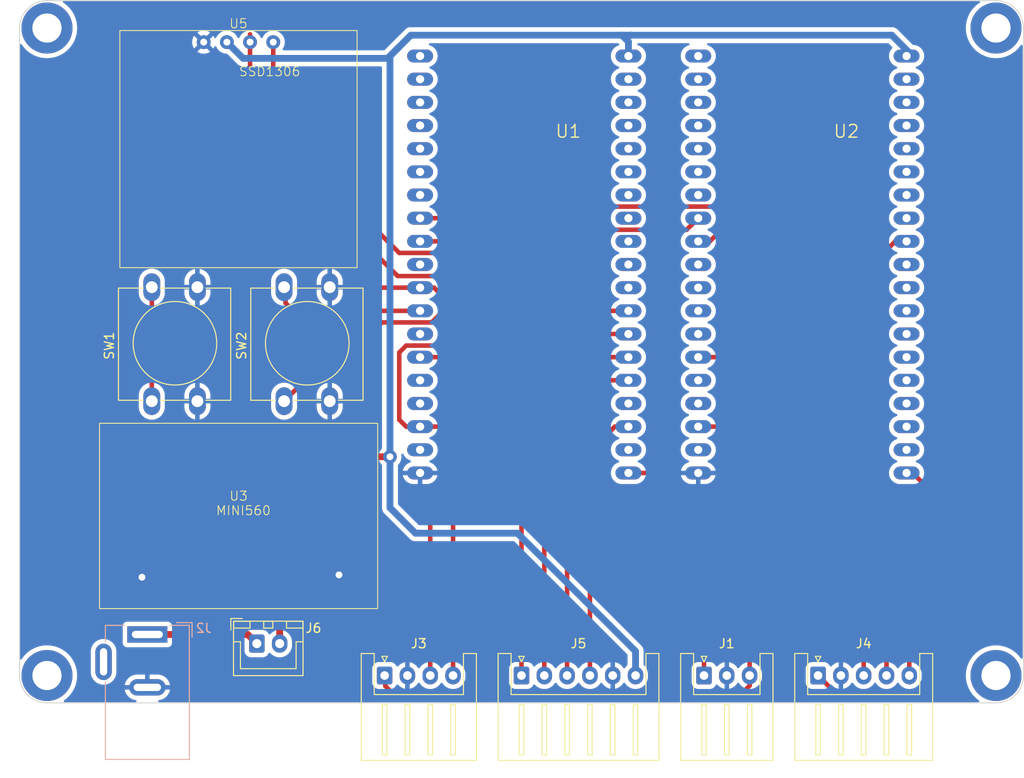
<source format=kicad_pcb>
(kicad_pcb (version 20221018) (generator pcbnew)
  (layers (0 "F.Cu" signal) (31 "B.Cu" signal) (34 "B.Paste" user) (35 "F.Paste" user) (36 "B.SilkS" user "B.Silkscreen") (37 "F.SilkS" user "F.Silkscreen") (38 "B.Mask" user) (39 "F.Mask" user) (44 "Edge.Cuts" user))
  (net 0 "")
  (net 1 "Net-(J1-Pin_3)")
  (net 4 "GND")
  (net 19 "RX")
  (net 20 "Net-(SW1-Pad1)")
  (net 21 "Net-(J3-Pin_4)")
  (net 26 "Net-(J5-Pin_2)")
  (net 27 "Net-(J5-Pin_1)")
  (net 28 "Net-(J5-Pin_4)")
  (net 29 "Net-(J5-Pin_3)")
  (net 30 "Net-(J1-Pin_1)")
  (net 34 "VIN")
  (net 35 "Net-(J4-Pin_1)")
  (net 55 "Net-(J4-Pin_4)")
  (net 56 "Net-(J4-Pin_3)")
  (net 60 "Net-(J4-Pin_5)")
  (net 69 "Net-(J6-Pin_1)")
  (net 70 "Net-(J6-Pin_2)")
  (net 72 "Net-(J3-Pin_3)")
  (net 73 "Net-(SW2-Pad1)")
  (net 75 "TX")
  (footprint "NODEMCU32S:NODEMCU32S" (layer "F.Cu") (at 177.8 76.2 180)
    (fp_text reference "U2" (at -4.809 15.875) (layer "F.SilkS") (effects (font (size 1.4 1.4))))
    (fp_text value "NODEMCU32S")
    (pad "3V3" thru_hole oval (at -11.4 -21.59 180) (size 2.8448 1.4224) (drill 0.9) (layers "*.Cu" "*.Mask") (net 35 "Net-(J4-Pin_1)"))
    (pad "EN" thru_hole oval (at -11.4 -19.05 180) (size 2.8448 1.4224) (drill 0.9) (layers "*.Cu" "*.Mask"))
    (pad "GND@1" thru_hole oval (at -11.4 11.43 180) (size 2.8448 1.4224) (drill 0.9) (layers "*.Cu" "*.Mask"))
    (pad "GND@2" thru_hole oval (at 11.43 -21.59 180) (size 2.8448 1.4224) (drill 0.9) (layers "*.Cu" "*.Mask") (net 4 "GND"))
    (pad "GND@3" thru_hole oval (at 11.43 -6.35 180) (size 2.8448 1.4224) (drill 0.9) (layers "*.Cu" "*.Mask"))
    (pad "GPIO0" thru_hole oval (at 11.43 11.43 180) (size 2.8448 1.4224) (drill 0.9) (layers "*.Cu" "*.Mask"))
    (pad "GPIO2" thru_hole oval (at 11.43 13.97 180) (size 2.8448 1.4224) (drill 0.9) (layers "*.Cu" "*.Mask"))
    (pad "GPIO4" thru_hole oval (at 11.43 8.89 180) (size 2.8448 1.4224) (drill 0.9) (layers "*.Cu" "*.Mask"))
    (pad "GPIO5" thru_hole oval (at 11.43 1.27 180) (size 2.8448 1.4224) (drill 0.9) (layers "*.Cu" "*.Mask"))
    (pad "GPIO6" thru_hole oval (at 11.43 24.13 180) (size 2.8448 1.4224) (drill 0.9) (layers "*.Cu" "*.Mask"))
    (pad "GPIO7" thru_hole oval (at 11.43 21.59 180) (size 2.8448 1.4224) (drill 0.9) (layers "*.Cu" "*.Mask"))
    (pad "GPIO8" thru_hole oval (at 11.43 19.05 180) (size 2.8448 1.4224) (drill 0.9) (layers "*.Cu" "*.Mask"))
    (pad "GPIO9" thru_hole oval (at -11.4 16.51 180) (size 2.8448 1.4224) (drill 0.9) (layers "*.Cu" "*.Mask"))
    (pad "GPIO10" thru_hole oval (at -11.4 19.05 180) (size 2.8448 1.4224) (drill 0.9) (layers "*.Cu" "*.Mask"))
    (pad "GPIO11" thru_hole oval (at -11.4 21.59 180) (size 2.8448 1.4224) (drill 0.9) (layers "*.Cu" "*.Mask"))
    (pad "GPIO12" thru_hole oval (at -11.4 8.89 180) (size 2.8448 1.4224) (drill 0.9) (layers "*.Cu" "*.Mask"))
    (pad "GPIO13" thru_hole oval (at -11.4 13.97 180) (size 2.8448 1.4224) (drill 0.9) (layers "*.Cu" "*.Mask"))
    (pad "GPIO14" thru_hole oval (at -11.4 6.35 180) (size 2.8448 1.4224) (drill 0.9) (layers "*.Cu" "*.Mask"))
    (pad "GPIO15" thru_hole oval (at 11.43 16.51 180) (size 2.8448 1.4224) (drill 0.9) (layers "*.Cu" "*.Mask"))
    (pad "GPIO16" thru_hole oval (at 11.43 6.35 180) (size 2.8448 1.4224) (drill 0.9) (layers "*.Cu" "*.Mask") (net 75 "TX"))
    (pad "GPIO17" thru_hole oval (at 11.43 3.81 180) (size 2.8448 1.4224) (drill 0.9) (layers "*.Cu" "*.Mask") (net 19 "RX"))
    (pad "GPIO18" thru_hole oval (at 11.43 -1.27 180) (size 2.8448 1.4224) (drill 0.9) (layers "*.Cu" "*.Mask"))
    (pad "GPIO19" thru_hole oval (at 11.43 -3.81 180) (size 2.8448 1.4224) (drill 0.9) (layers "*.Cu" "*.Mask"))
    (pad "GPIO21" thru_hole oval (at 11.43 -8.89 180) (size 2.8448 1.4224) (drill 0.9) (layers "*.Cu" "*.Mask") (net 55 "Net-(J4-Pin_4)"))
    (pad "GPIO22" thru_hole oval (at 11.43 -16.51 180) (size 2.8448 1.4224) (drill 0.9) (layers "*.Cu" "*.Mask") (net 56 "Net-(J4-Pin_3)"))
    (pad "GPIO23" thru_hole oval (at 11.43 -19.05 180) (size 2.8448 1.4224) (drill 0.9) (layers "*.Cu" "*.Mask"))
    (pad "GPIO25" thru_hole oval (at -11.4 -1.27 180) (size 2.8448 1.4224) (drill 0.9) (layers "*.Cu" "*.Mask"))
    (pad "GPIO26" thru_hole oval (at -11.4 1.27 180) (size 2.8448 1.4224) (drill 0.9) (layers "*.Cu" "*.Mask"))
    (pad "GPIO27" thru_hole oval (at -11.4 3.81 180) (size 2.8448 1.4224) (drill 0.9) (layers "*.Cu" "*.Mask") (net 60 "Net-(J4-Pin_5)"))
    (pad "GPIO32" thru_hole oval (at -11.4 -6.35 180) (size 2.8448 1.4224) (drill 0.9) (layers "*.Cu" "*.Mask"))
    (pad "GPIO33" thru_hole oval (at -11.4 -3.81 180) (size 2.8448 1.4224) (drill 0.9) (layers "*.Cu" "*.Mask"))
    (pad "GPIO34" thru_hole oval (at -11.4 -11.43 180) (size 2.8448 1.4224) (drill 0.9) (layers "*.Cu" "*.Mask"))
    (pad "GPIO35" thru_hole oval (at -11.4 -8.89 180) (size 2.8448 1.4224) (drill 0.9) (layers "*.Cu" "*.Mask"))
    (pad "GPIO36" thru_hole oval (at -11.4 -16.51 180) (size 2.8448 1.4224) (drill 0.9) (layers "*.Cu" "*.Mask"))
    (pad "GPIO39" thru_hole oval (at -11.4 -13.97 180) (size 2.8448 1.4224) (drill 0.9) (layers "*.Cu" "*.Mask"))
    (pad "RX0" thru_hole oval (at 11.43 -11.43 180) (size 2.8448 1.4224) (drill 0.9) (layers "*.Cu" "*.Mask"))
    (pad "TX0" thru_hole oval (at 11.43 -13.97 180) (size 2.8448 1.4224) (drill 0.9) (layers "*.Cu" "*.Mask"))
    (pad "VIN" thru_hole oval (at -11.4 24.13 180) (size 2.8448 1.4224) (drill 0.9) (layers "*.Cu" "*.Mask") (net 34 "VIN"))
  )
  (footprint "MountingHole:MountingHole_3.2mm_M3_DIN965_Pad" (layer "F.Cu") (at 95 49)
    (fp_text reference "H1" hide)
    (fp_text value "MountingHole")
    (pad "1" thru_hole circle (at 0 0) (size 5.6 5.6) (drill 3.2) (layers "*.Cu" "*.Mask"))
  )
  (footprint "MountingHole:MountingHole_3.2mm_M3_DIN965_Pad" (layer "F.Cu") (at 199 120)
    (fp_text reference "H3" hide)
    (fp_text value "MountingHole" hide)
    (pad "1" thru_hole circle (at 0 0) (size 5.6 5.6) (drill 3.2) (layers "*.Cu" "*.Mask"))
  )
  (footprint "NODEMCU32S:NODEMCU32S" (layer "F.Cu") (at 147.32 76.2 180)
    (fp_text reference "U1" (at -4.809 15.875) (layer "F.SilkS") (effects (font (size 1.4 1.4))))
    (fp_text value "NODEMCU32S")
    (pad "3V3" thru_hole oval (at -11.4 -21.59 180) (size 2.8448 1.4224) (drill 0.9) (layers "*.Cu" "*.Mask") (net 1 "Net-(J1-Pin_3)"))
    (pad "EN" thru_hole oval (at -11.4 -19.05 180) (size 2.8448 1.4224) (drill 0.9) (layers "*.Cu" "*.Mask"))
    (pad "GND@1" thru_hole oval (at -11.4 11.43 180) (size 2.8448 1.4224) (drill 0.9) (layers "*.Cu" "*.Mask"))
    (pad "GND@2" thru_hole oval (at 11.43 -21.59 180) (size 2.8448 1.4224) (drill 0.9) (layers "*.Cu" "*.Mask") (net 4 "GND"))
    (pad "GND@3" thru_hole oval (at 11.43 -6.35 180) (size 2.8448 1.4224) (drill 0.9) (layers "*.Cu" "*.Mask"))
    (pad "GPIO0" thru_hole oval (at 11.43 11.43 180) (size 2.8448 1.4224) (drill 0.9) (layers "*.Cu" "*.Mask"))
    (pad "GPIO2" thru_hole oval (at 11.43 13.97 180) (size 2.8448 1.4224) (drill 0.9) (layers "*.Cu" "*.Mask"))
    (pad "GPIO4" thru_hole oval (at 11.43 8.89 180) (size 2.8448 1.4224) (drill 0.9) (layers "*.Cu" "*.Mask"))
    (pad "GPIO5" thru_hole oval (at 11.43 1.27 180) (size 2.8448 1.4224) (drill 0.9) (layers "*.Cu" "*.Mask"))
    (pad "GPIO6" thru_hole oval (at 11.43 24.13 180) (size 2.8448 1.4224) (drill 0.9) (layers "*.Cu" "*.Mask"))
    (pad "GPIO7" thru_hole oval (at 11.43 21.59 180) (size 2.8448 1.4224) (drill 0.9) (layers "*.Cu" "*.Mask"))
    (pad "GPIO8" thru_hole oval (at 11.43 19.05 180) (size 2.8448 1.4224) (drill 0.9) (layers "*.Cu" "*.Mask"))
    (pad "GPIO9" thru_hole oval (at -11.4 16.51 180) (size 2.8448 1.4224) (drill 0.9) (layers "*.Cu" "*.Mask"))
    (pad "GPIO10" thru_hole oval (at -11.4 19.05 180) (size 2.8448 1.4224) (drill 0.9) (layers "*.Cu" "*.Mask"))
    (pad "GPIO11" thru_hole oval (at -11.4 21.59 180) (size 2.8448 1.4224) (drill 0.9) (layers "*.Cu" "*.Mask"))
    (pad "GPIO12" thru_hole oval (at -11.4 8.89 180) (size 2.8448 1.4224) (drill 0.9) (layers "*.Cu" "*.Mask"))
    (pad "GPIO13" thru_hole oval (at -11.4 13.97 180) (size 2.8448 1.4224) (drill 0.9) (layers "*.Cu" "*.Mask"))
    (pad "GPIO14" thru_hole oval (at -11.4 6.35 180) (size 2.8448 1.4224) (drill 0.9) (layers "*.Cu" "*.Mask"))
    (pad "GPIO15" thru_hole oval (at 11.43 16.51 180) (size 2.8448 1.4224) (drill 0.9) (layers "*.Cu" "*.Mask"))
    (pad "GPIO16" thru_hole oval (at 11.43 6.35 180) (size 2.8448 1.4224) (drill 0.9) (layers "*.Cu" "*.Mask") (net 19 "RX"))
    (pad "GPIO17" thru_hole oval (at 11.43 3.81 180) (size 2.8448 1.4224) (drill 0.9) (layers "*.Cu" "*.Mask") (net 75 "TX"))
    (pad "GPIO18" thru_hole oval (at 11.43 -1.27 180) (size 2.8448 1.4224) (drill 0.9) (layers "*.Cu" "*.Mask") (net 73 "Net-(SW2-Pad1)"))
    (pad "GPIO19" thru_hole oval (at 11.43 -3.81 180) (size 2.8448 1.4224) (drill 0.9) (layers "*.Cu" "*.Mask") (net 20 "Net-(SW1-Pad1)"))
    (pad "GPIO21" thru_hole oval (at 11.43 -8.89 180) (size 2.8448 1.4224) (drill 0.9) (layers "*.Cu" "*.Mask") (net 21 "Net-(J3-Pin_4)"))
    (pad "GPIO22" thru_hole oval (at 11.43 -16.51 180) (size 2.8448 1.4224) (drill 0.9) (layers "*.Cu" "*.Mask") (net 72 "Net-(J3-Pin_3)"))
    (pad "GPIO23" thru_hole oval (at 11.43 -19.05 180) (size 2.8448 1.4224) (drill 0.9) (layers "*.Cu" "*.Mask"))
    (pad "GPIO25" thru_hole oval (at -11.4 -1.27 180) (size 2.8448 1.4224) (drill 0.9) (layers "*.Cu" "*.Mask"))
    (pad "GPIO26" thru_hole oval (at -11.4 1.27 180) (size 2.8448 1.4224) (drill 0.9) (layers "*.Cu" "*.Mask"))
    (pad "GPIO27" thru_hole oval (at -11.4 3.81 180) (size 2.8448 1.4224) (drill 0.9) (layers "*.Cu" "*.Mask"))
    (pad "GPIO32" thru_hole oval (at -11.4 -6.35 180) (size 2.8448 1.4224) (drill 0.9) (layers "*.Cu" "*.Mask") (net 26 "Net-(J5-Pin_2)"))
    (pad "GPIO33" thru_hole oval (at -11.4 -3.81 180) (size 2.8448 1.4224) (drill 0.9) (layers "*.Cu" "*.Mask") (net 27 "Net-(J5-Pin_1)"))
    (pad "GPIO34" thru_hole oval (at -11.4 -11.43 180) (size 2.8448 1.4224) (drill 0.9) (layers "*.Cu" "*.Mask") (net 28 "Net-(J5-Pin_4)"))
    (pad "GPIO35" thru_hole oval (at -11.4 -8.89 180) (size 2.8448 1.4224) (drill 0.9) (layers "*.Cu" "*.Mask") (net 29 "Net-(J5-Pin_3)"))
    (pad "GPIO36" thru_hole oval (at -11.4 -16.51 180) (size 2.8448 1.4224) (drill 0.9) (layers "*.Cu" "*.Mask") (net 30 "Net-(J1-Pin_1)"))
    (pad "GPIO39" thru_hole oval (at -11.4 -13.97 180) (size 2.8448 1.4224) (drill 0.9) (layers "*.Cu" "*.Mask"))
    (pad "RX0" thru_hole oval (at 11.43 -11.43 180) (size 2.8448 1.4224) (drill 0.9) (layers "*.Cu" "*.Mask"))
    (pad "TX0" thru_hole oval (at 11.43 -13.97 180) (size 2.8448 1.4224) (drill 0.9) (layers "*.Cu" "*.Mask"))
    (pad "VIN" thru_hole oval (at -11.4 24.13 180) (size 2.8448 1.4224) (drill 0.9) (layers "*.Cu" "*.Mask") (net 34 "VIN"))
  )
  (footprint "Button_Switch_THT:SW_PUSH-12mm" (layer "F.Cu") (at 120.984 89.916 90)
    (fp_text reference "SW2" (at 6.08 -4.66 90) (layer "F.SilkS"))
    (fp_text value "SW_Push")
    (fp_line (start 0.1 -3.65) (end 12.4 -3.65) (stroke (width 0.12)) (layer "F.SilkS"))
    (fp_line (start 0.1 -0.93) (end 0.1 -3.65) (stroke (width 0.12)) (layer "F.SilkS"))
    (fp_line (start 0.1 4.07) (end 0.1 0.93) (stroke (width 0.12)) (layer "F.SilkS"))
    (fp_line (start 0.1 8.65) (end 0.1 5.93) (stroke (width 0.12)) (layer "F.SilkS"))
    (fp_line (start 12.4 -3.65) (end 12.4 -0.93) (stroke (width 0.12)) (layer "F.SilkS"))
    (fp_line (start 12.4 0.93) (end 12.4 4.07) (stroke (width 0.12)) (layer "F.SilkS"))
    (fp_line (start 12.4 5.93) (end 12.4 8.65) (stroke (width 0.12)) (layer "F.SilkS"))
    (fp_line (start 12.4 8.65) (end 0.1 8.65) (stroke (width 0.12)) (layer "F.SilkS"))
    (fp_circle (center 6.35 2.54) (end 10.16 5.08) (stroke (width 0.12)) (fill none) (layer "F.SilkS"))
    (pad "1" thru_hole oval (at 0 0 90) (size 3.048 1.85) (drill 1.3) (layers "*.Cu" "*.Mask") (net 73 "Net-(SW2-Pad1)"))
    (pad "1" thru_hole oval (at 12.5 0 90) (size 3.048 1.85) (drill 1.3) (layers "*.Cu" "*.Mask") (net 73 "Net-(SW2-Pad1)"))
    (pad "2" thru_hole oval (at 0 5 90) (size 3.048 1.85) (drill 1.3) (layers "*.Cu" "*.Mask") (net 4 "GND"))
    (pad "2" thru_hole oval (at 12.5 5 90) (size 3.048 1.85) (drill 1.3) (layers "*.Cu" "*.Mask") (net 4 "GND"))
  )
  (footprint "Connector_JST:JST_XH_S3B-XH-A_1x03_P2.50mm_Horizontal" (layer "F.Cu") (at 167 120)
    (fp_text reference "J1" (at 2.5 -3.5) (layer "F.SilkS"))
    (fp_text value "Conn_01x03")
    (fp_line (start -2.56 -2.41) (end -1.14 -2.41) (stroke (width 0.12)) (layer "F.SilkS"))
    (fp_line (start -2.56 9.31) (end -2.56 -2.41) (stroke (width 0.12)) (layer "F.SilkS"))
    (fp_line (start -1.14 -2.41) (end -1.14 2.09) (stroke (width 0.12)) (layer "F.SilkS"))
    (fp_line (start -1.14 2.09) (end 2.5 2.09) (stroke (width 0.12)) (layer "F.SilkS"))
    (fp_line (start -0.3 -2.1) (end 0.3 -2.1) (stroke (width 0.12)) (layer "F.SilkS"))
    (fp_line (start -0.25 3.2) (end -0.25 8.7) (stroke (width 0.12)) (layer "F.SilkS"))
    (fp_line (start -0.25 8.7) (end 0.25 8.7) (stroke (width 0.12)) (layer "F.SilkS"))
    (fp_line (start 0 -1.5) (end -0.3 -2.1) (stroke (width 0.12)) (layer "F.SilkS"))
    (fp_line (start 0.25 3.2) (end -0.25 3.2) (stroke (width 0.12)) (layer "F.SilkS"))
    (fp_line (start 0.25 8.7) (end 0.25 3.2) (stroke (width 0.12)) (layer "F.SilkS"))
    (fp_line (start 0.3 -2.1) (end 0 -1.5) (stroke (width 0.12)) (layer "F.SilkS"))
    (fp_line (start 2.25 3.2) (end 2.25 8.7) (stroke (width 0.12)) (layer "F.SilkS"))
    (fp_line (start 2.25 8.7) (end 2.75 8.7) (stroke (width 0.12)) (layer "F.SilkS"))
    (fp_line (start 2.5 9.31) (end -2.56 9.31) (stroke (width 0.12)) (layer "F.SilkS"))
    (fp_line (start 2.5 9.31) (end 7.56 9.31) (stroke (width 0.12)) (layer "F.SilkS"))
    (fp_line (start 2.75 3.2) (end 2.25 3.2) (stroke (width 0.12)) (layer "F.SilkS"))
    (fp_line (start 2.75 8.7) (end 2.75 3.2) (stroke (width 0.12)) (layer "F.SilkS"))
    (fp_line (start 4.75 3.2) (end 4.75 8.7) (stroke (width 0.12)) (layer "F.SilkS"))
    (fp_line (start 4.75 8.7) (end 5.25 8.7) (stroke (width 0.12)) (layer "F.SilkS"))
    (fp_line (start 5.25 3.2) (end 4.75 3.2) (stroke (width 0.12)) (layer "F.SilkS"))
    (fp_line (start 5.25 8.7) (end 5.25 3.2) (stroke (width 0.12)) (layer "F.SilkS"))
    (fp_line (start 6.14 -2.41) (end 6.14 2.09) (stroke (width 0.12)) (layer "F.SilkS"))
    (fp_line (start 6.14 2.09) (end 2.5 2.09) (stroke (width 0.12)) (layer "F.SilkS"))
    (fp_line (start 7.56 -2.41) (end 6.14 -2.41) (stroke (width 0.12)) (layer "F.SilkS"))
    (fp_line (start 7.56 9.31) (end 7.56 -2.41) (stroke (width 0.12)) (layer "F.SilkS"))
    (pad "1" thru_hole roundrect (at 0 0) (size 1.7 1.95) (drill 0.95) (layers "*.Cu" "*.Mask") (roundrect_rratio 0.1470588235) (net 30 "Net-(J1-Pin_1)"))
    (pad "2" thru_hole oval (at 2.5 0) (size 1.7 1.95) (drill 0.95) (layers "*.Cu" "*.Mask") (net 4 "GND"))
    (pad "3" thru_hole oval (at 5 0) (size 1.7 1.95) (drill 0.95) (layers "*.Cu" "*.Mask") (net 1 "Net-(J1-Pin_3)"))
  )
  (footprint "Connector_JST:JST_XH_B2B-XH-A_1x02_P2.50mm_Vertical" (layer "F.Cu") (at 118 116.5)
    (fp_text reference "J6" (at 6.206 -1.692) (layer "F.SilkS"))
    (fp_text value "Conn_01x02")
    (fp_line (start -2.85 -2.75) (end -2.85 -1.5) (stroke (width 0.12)) (layer "F.SilkS"))
    (fp_line (start -2.56 -2.46) (end -2.56 3.51) (stroke (width 0.12)) (layer "F.SilkS"))
    (fp_line (start -2.56 3.51) (end 5.06 3.51) (stroke (width 0.12)) (layer "F.SilkS"))
    (fp_line (start -2.55 -2.45) (end -2.55 -1.7) (stroke (width 0.12)) (layer "F.SilkS"))
    (fp_line (start -2.55 -1.7) (end -0.75 -1.7) (stroke (width 0.12)) (layer "F.SilkS"))
    (fp_line (start -2.55 -0.2) (end -1.8 -0.2) (stroke (width 0.12)) (layer "F.SilkS"))
    (fp_line (start -1.8 -0.2) (end -1.8 2.75) (stroke (width 0.12)) (layer "F.SilkS"))
    (fp_line (start -1.8 2.75) (end 1.25 2.75) (stroke (width 0.12)) (layer "F.SilkS"))
    (fp_line (start -1.6 -2.75) (end -2.85 -2.75) (stroke (width 0.12)) (layer "F.SilkS"))
    (fp_line (start -0.75 -2.45) (end -2.55 -2.45) (stroke (width 0.12)) (layer "F.SilkS"))
    (fp_line (start -0.75 -1.7) (end -0.75 -2.45) (stroke (width 0.12)) (layer "F.SilkS"))
    (fp_line (start 0.75 -2.45) (end 0.75 -1.7) (stroke (width 0.12)) (layer "F.SilkS"))
    (fp_line (start 0.75 -1.7) (end 1.75 -1.7) (stroke (width 0.12)) (layer "F.SilkS"))
    (fp_line (start 1.75 -2.45) (end 0.75 -2.45) (stroke (width 0.12)) (layer "F.SilkS"))
    (fp_line (start 1.75 -1.7) (end 1.75 -2.45) (stroke (width 0.12)) (layer "F.SilkS"))
    (fp_line (start 3.25 -2.45) (end 3.25 -1.7) (stroke (width 0.12)) (layer "F.SilkS"))
    (fp_line (start 3.25 -1.7) (end 5.05 -1.7) (stroke (width 0.12)) (layer "F.SilkS"))
    (fp_line (start 4.3 -0.2) (end 4.3 2.75) (stroke (width 0.12)) (layer "F.SilkS"))
    (fp_line (start 4.3 2.75) (end 1.25 2.75) (stroke (width 0.12)) (layer "F.SilkS"))
    (fp_line (start 5.05 -2.45) (end 3.25 -2.45) (stroke (width 0.12)) (layer "F.SilkS"))
    (fp_line (start 5.05 -1.7) (end 5.05 -2.45) (stroke (width 0.12)) (layer "F.SilkS"))
    (fp_line (start 5.05 -0.2) (end 4.3 -0.2) (stroke (width 0.12)) (layer "F.SilkS"))
    (fp_line (start 5.06 -2.46) (end -2.56 -2.46) (stroke (width 0.12)) (layer "F.SilkS"))
    (fp_line (start 5.06 3.51) (end 5.06 -2.46) (stroke (width 0.12)) (layer "F.SilkS"))
    (pad "1" thru_hole roundrect (at 0 0) (size 1.7 2) (drill 1) (layers "*.Cu" "*.Mask") (roundrect_rratio 0.1470588235) (net 69 "Net-(J6-Pin_1)"))
    (pad "2" thru_hole oval (at 2.5 0) (size 1.7 2) (drill 1) (layers "*.Cu" "*.Mask") (net 70 "Net-(J6-Pin_2)"))
  )
  (footprint "Connector_JST:JST_XH_S5B-XH-A_1x05_P2.50mm_Horizontal" (layer "F.Cu") (at 179.5 120)
    (fp_text reference "J4" (at 5 -3.5) (layer "F.SilkS"))
    (fp_text value "Conn_01x05")
    (fp_line (start -2.56 -2.41) (end -1.14 -2.41) (stroke (width 0.12)) (layer "F.SilkS"))
    (fp_line (start -2.56 9.31) (end -2.56 -2.41) (stroke (width 0.12)) (layer "F.SilkS"))
    (fp_line (start -1.14 -2.41) (end -1.14 2.09) (stroke (width 0.12)) (layer "F.SilkS"))
    (fp_line (start -1.14 2.09) (end 5 2.09) (stroke (width 0.12)) (layer "F.SilkS"))
    (fp_line (start -0.3 -2.1) (end 0.3 -2.1) (stroke (width 0.12)) (layer "F.SilkS"))
    (fp_line (start -0.25 3.2) (end -0.25 8.7) (stroke (width 0.12)) (layer "F.SilkS"))
    (fp_line (start -0.25 8.7) (end 0.25 8.7) (stroke (width 0.12)) (layer "F.SilkS"))
    (fp_line (start 0 -1.5) (end -0.3 -2.1) (stroke (width 0.12)) (layer "F.SilkS"))
    (fp_line (start 0.25 3.2) (end -0.25 3.2) (stroke (width 0.12)) (layer "F.SilkS"))
    (fp_line (start 0.25 8.7) (end 0.25 3.2) (stroke (width 0.12)) (layer "F.SilkS"))
    (fp_line (start 0.3 -2.1) (end 0 -1.5) (stroke (width 0.12)) (layer "F.SilkS"))
    (fp_line (start 2.25 3.2) (end 2.25 8.7) (stroke (width 0.12)) (layer "F.SilkS"))
    (fp_line (start 2.25 8.7) (end 2.75 8.7) (stroke (width 0.12)) (layer "F.SilkS"))
    (fp_line (start 2.75 3.2) (end 2.25 3.2) (stroke (width 0.12)) (layer "F.SilkS"))
    (fp_line (start 2.75 8.7) (end 2.75 3.2) (stroke (width 0.12)) (layer "F.SilkS"))
    (fp_line (start 4.75 3.2) (end 4.75 8.7) (stroke (width 0.12)) (layer "F.SilkS"))
    (fp_line (start 4.75 8.7) (end 5.25 8.7) (stroke (width 0.12)) (layer "F.SilkS"))
    (fp_line (start 5 9.31) (end -2.56 9.31) (stroke (width 0.12)) (layer "F.SilkS"))
    (fp_line (start 5 9.31) (end 12.56 9.31) (stroke (width 0.12)) (layer "F.SilkS"))
    (fp_line (start 5.25 3.2) (end 4.75 3.2) (stroke (width 0.12)) (layer "F.SilkS"))
    (fp_line (start 5.25 8.7) (end 5.25 3.2) (stroke (width 0.12)) (layer "F.SilkS"))
    (fp_line (start 7.25 3.2) (end 7.25 8.7) (stroke (width 0.12)) (layer "F.SilkS"))
    (fp_line (start 7.25 8.7) (end 7.75 8.7) (stroke (width 0.12)) (layer "F.SilkS"))
    (fp_line (start 7.75 3.2) (end 7.25 3.2) (stroke (width 0.12)) (layer "F.SilkS"))
    (fp_line (start 7.75 8.7) (end 7.75 3.2) (stroke (width 0.12)) (layer "F.SilkS"))
    (fp_line (start 9.75 3.2) (end 9.75 8.7) (stroke (width 0.12)) (layer "F.SilkS"))
    (fp_line (start 9.75 8.7) (end 10.25 8.7) (stroke (width 0.12)) (layer "F.SilkS"))
    (fp_line (start 10.25 3.2) (end 9.75 3.2) (stroke (width 0.12)) (layer "F.SilkS"))
    (fp_line (start 10.25 8.7) (end 10.25 3.2) (stroke (width 0.12)) (layer "F.SilkS"))
    (fp_line (start 11.14 -2.41) (end 11.14 2.09) (stroke (width 0.12)) (layer "F.SilkS"))
    (fp_line (start 11.14 2.09) (end 5 2.09) (stroke (width 0.12)) (layer "F.SilkS"))
    (fp_line (start 12.56 -2.41) (end 11.14 -2.41) (stroke (width 0.12)) (layer "F.SilkS"))
    (fp_line (start 12.56 9.31) (end 12.56 -2.41) (stroke (width 0.12)) (layer "F.SilkS"))
    (pad "1" thru_hole roundrect (at 0 0) (size 1.7 1.95) (drill 0.95) (layers "*.Cu" "*.Mask") (roundrect_rratio 0.1470588235) (net 35 "Net-(J4-Pin_1)"))
    (pad "2" thru_hole oval (at 2.5 0) (size 1.7 1.95) (drill 0.95) (layers "*.Cu" "*.Mask") (net 4 "GND"))
    (pad "3" thru_hole oval (at 5 0) (size 1.7 1.95) (drill 0.95) (layers "*.Cu" "*.Mask") (net 56 "Net-(J4-Pin_3)"))
    (pad "4" thru_hole oval (at 7.5 0) (size 1.7 1.95) (drill 0.95) (layers "*.Cu" "*.Mask") (net 55 "Net-(J4-Pin_4)"))
    (pad "5" thru_hole oval (at 10 0) (size 1.7 1.95) (drill 0.95) (layers "*.Cu" "*.Mask") (net 60 "Net-(J4-Pin_5)"))
  )
  (footprint "MountingHole:MountingHole_3.2mm_M3_DIN965_Pad" (layer "F.Cu") (at 95 120)
    (fp_text reference "H2" hide)
    (fp_text value "MountingHole" hide)
    (pad "1" thru_hole circle (at 0 0) (size 5.6 5.6) (drill 3.2) (layers "*.Cu" "*.Mask"))
  )
  (footprint "MountingHole:MountingHole_3.2mm_M3_DIN965_Pad" (layer "F.Cu") (at 199 49)
    (fp_text reference "H4" hide)
    (fp_text value "MountingHole" hide)
    (pad "1" thru_hole circle (at 0 0) (size 5.6 5.6) (drill 3.2) (layers "*.Cu" "*.Mask"))
  )
  (footprint "1_custom_library:SSD1306_OLED_128x64" (layer "F.Cu") (at 115.984 49.276)
    (fp_text reference "U5" (at 0 -0.762 unlocked) (layer "F.SilkS") (effects (font (thickness 0.1))))
    (fp_text value "~")
    (fp_text user "SSD1306" (at 0 5.08 unlocked) (layer "F.SilkS") (effects (font (thickness 0.1)) (justify left bottom)))
    (fp_rect (start -13 0) (end 13 26) (stroke (width 0.1)) (fill none) (layer "F.SilkS"))
    (pad "1" thru_hole circle (at -3.81 1.27) (size 1.524 1.524) (drill 0.762) (layers "*.Cu" "*.Mask") (net 4 "GND"))
    (pad "2" thru_hole circle (at -1.27 1.27) (size 1.524 1.524) (drill 0.762) (layers "*.Cu" "*.Mask") (net 34 "VIN"))
    (pad "3" thru_hole circle (at 1.27 1.27) (size 1.524 1.524) (drill 0.762) (layers "*.Cu" "*.Mask") (net 72 "Net-(J3-Pin_3)"))
    (pad "4" thru_hole circle (at 3.81 1.27) (size 1.524 1.524) (drill 0.762) (layers "*.Cu" "*.Mask") (net 21 "Net-(J3-Pin_4)"))
  )
  (footprint "1_custom_library:MINI_560_buck" (layer "F.Cu") (at 116 102.5)
    (fp_text reference "U3" (at 0 -2.182 unlocked) (layer "F.SilkS") (effects (font (thickness 0.1))))
    (fp_text value "~")
    (fp_text user "MINI560" (at -2.54 0 unlocked) (layer "F.SilkS") (effects (font (thickness 0.1)) (justify left bottom)))
    (fp_rect (start -15.24 -10.16) (end 15.24 10.16) (stroke (width 0.1)) (fill none) (layer "F.SilkS"))
    (pad "1" smd roundrect (at -13.5 -6.5) (size 3 5) (layers "F.Cu" "F.Paste" "F.Mask") (net 70 "Net-(J6-Pin_2)"))
    (pad "2" smd roundrect (at -13.5 6.5) (size 3 5) (layers "F.Cu" "F.Paste" "F.Mask") (net 4 "GND"))
    (pad "3" smd roundrect (at 13.5 6.5) (size 3 5) (layers "F.Cu" "F.Paste" "F.Mask") (net 4 "GND"))
    (pad "4" smd roundrect (at 13.5 -6.5) (size 3 5) (layers "F.Cu" "F.Paste" "F.Mask") (net 34 "VIN"))
  )
  (footprint "Connector_JST:JST_XH_S6B-XH-A_1x06_P2.50mm_Horizontal" (layer "F.Cu") (at 147 120)
    (fp_text reference "J5" (at 6.25 -3.5) (layer "F.SilkS"))
    (fp_text value "Conn_01x06")
    (fp_line (start -2.56 -2.41) (end -1.14 -2.41) (stroke (width 0.12)) (layer "F.SilkS"))
    (fp_line (start -2.56 9.31) (end -2.56 -2.41) (stroke (width 0.12)) (layer "F.SilkS"))
    (fp_line (start -1.14 -2.41) (end -1.14 2.09) (stroke (width 0.12)) (layer "F.SilkS"))
    (fp_line (start -1.14 2.09) (end 6.25 2.09) (stroke (width 0.12)) (layer "F.SilkS"))
    (fp_line (start -0.3 -2.1) (end 0.3 -2.1) (stroke (width 0.12)) (layer "F.SilkS"))
    (fp_line (start -0.25 3.2) (end -0.25 8.7) (stroke (width 0.12)) (layer "F.SilkS"))
    (fp_line (start -0.25 8.7) (end 0.25 8.7) (stroke (width 0.12)) (layer "F.SilkS"))
    (fp_line (start 0 -1.5) (end -0.3 -2.1) (stroke (width 0.12)) (layer "F.SilkS"))
    (fp_line (start 0.25 3.2) (end -0.25 3.2) (stroke (width 0.12)) (layer "F.SilkS"))
    (fp_line (start 0.25 8.7) (end 0.25 3.2) (stroke (width 0.12)) (layer "F.SilkS"))
    (fp_line (start 0.3 -2.1) (end 0 -1.5) (stroke (width 0.12)) (layer "F.SilkS"))
    (fp_line (start 2.25 3.2) (end 2.25 8.7) (stroke (width 0.12)) (layer "F.SilkS"))
    (fp_line (start 2.25 8.7) (end 2.75 8.7) (stroke (width 0.12)) (layer "F.SilkS"))
    (fp_line (start 2.75 3.2) (end 2.25 3.2) (stroke (width 0.12)) (layer "F.SilkS"))
    (fp_line (start 2.75 8.7) (end 2.75 3.2) (stroke (width 0.12)) (layer "F.SilkS"))
    (fp_line (start 4.75 3.2) (end 4.75 8.7) (stroke (width 0.12)) (layer "F.SilkS"))
    (fp_line (start 4.75 8.7) (end 5.25 8.7) (stroke (width 0.12)) (layer "F.SilkS"))
    (fp_line (start 5.25 3.2) (end 4.75 3.2) (stroke (width 0.12)) (layer "F.SilkS"))
    (fp_line (start 5.25 8.7) (end 5.25 3.2) (stroke (width 0.12)) (layer "F.SilkS"))
    (fp_line (start 6.25 9.31) (end -2.56 9.31) (stroke (width 0.12)) (layer "F.SilkS"))
    (fp_line (start 6.25 9.31) (end 15.06 9.31) (stroke (width 0.12)) (layer "F.SilkS"))
    (fp_line (start 7.25 3.2) (end 7.25 8.7) (stroke (width 0.12)) (layer "F.SilkS"))
    (fp_line (start 7.25 8.7) (end 7.75 8.7) (stroke (width 0.12)) (layer "F.SilkS"))
    (fp_line (start 7.75 3.2) (end 7.25 3.2) (stroke (width 0.12)) (layer "F.SilkS"))
    (fp_line (start 7.75 8.7) (end 7.75 3.2) (stroke (width 0.12)) (layer "F.SilkS"))
    (fp_line (start 9.75 3.2) (end 9.75 8.7) (stroke (width 0.12)) (layer "F.SilkS"))
    (fp_line (start 9.75 8.7) (end 10.25 8.7) (stroke (width 0.12)) (layer "F.SilkS"))
    (fp_line (start 10.25 3.2) (end 9.75 3.2) (stroke (width 0.12)) (layer "F.SilkS"))
    (fp_line (start 10.25 8.7) (end 10.25 3.2) (stroke (width 0.12)) (layer "F.SilkS"))
    (fp_line (start 12.25 3.2) (end 12.25 8.7) (stroke (width 0.12)) (layer "F.SilkS"))
    (fp_line (start 12.25 8.7) (end 12.75 8.7) (stroke (width 0.12)) (layer "F.SilkS"))
    (fp_line (start 12.75 3.2) (end 12.25 3.2) (stroke (width 0.12)) (layer "F.SilkS"))
    (fp_line (start 12.75 8.7) (end 12.75 3.2) (stroke (width 0.12)) (layer "F.SilkS"))
    (fp_line (start 13.64 -2.41) (end 13.64 2.09) (stroke (width 0.12)) (layer "F.SilkS"))
    (fp_line (start 13.64 2.09) (end 6.25 2.09) (stroke (width 0.12)) (layer "F.SilkS"))
    (fp_line (start 15.06 -2.41) (end 13.64 -2.41) (stroke (width 0.12)) (layer "F.SilkS"))
    (fp_line (start 15.06 9.31) (end 15.06 -2.41) (stroke (width 0.12)) (layer "F.SilkS"))
    (pad "1" thru_hole roundrect (at 0 0) (size 1.7 1.95) (drill 0.95) (layers "*.Cu" "*.Mask") (roundrect_rratio 0.1470588235) (net 27 "Net-(J5-Pin_1)"))
    (pad "2" thru_hole oval (at 2.5 0) (size 1.7 1.95) (drill 0.95) (layers "*.Cu" "*.Mask") (net 26 "Net-(J5-Pin_2)"))
    (pad "3" thru_hole oval (at 5 0) (size 1.7 1.95) (drill 0.95) (layers "*.Cu" "*.Mask") (net 29 "Net-(J5-Pin_3)"))
    (pad "4" thru_hole oval (at 7.5 0) (size 1.7 1.95) (drill 0.95) (layers "*.Cu" "*.Mask") (net 28 "Net-(J5-Pin_4)"))
    (pad "5" thru_hole oval (at 10 0) (size 1.7 1.95) (drill 0.95) (layers "*.Cu" "*.Mask") (net 4 "GND"))
    (pad "6" thru_hole oval (at 12.5 0) (size 1.7 1.95) (drill 0.95) (layers "*.Cu" "*.Mask") (net 34 "VIN"))
  )
  (footprint "Connector_JST:JST_XH_S4B-XH-A_1x04_P2.50mm_Horizontal" (layer "F.Cu") (at 132 120)
    (fp_text reference "J3" (at 3.75 -3.5) (layer "F.SilkS"))
    (fp_text value "Conn_01x04")
    (fp_line (start -2.56 -2.41) (end -1.14 -2.41) (stroke (width 0.12)) (layer "F.SilkS"))
    (fp_line (start -2.56 9.31) (end -2.56 -2.41) (stroke (width 0.12)) (layer "F.SilkS"))
    (fp_line (start -1.14 -2.41) (end -1.14 2.09) (stroke (width 0.12)) (layer "F.SilkS"))
    (fp_line (start -1.14 2.09) (end 3.75 2.09) (stroke (width 0.12)) (layer "F.SilkS"))
    (fp_line (start -0.3 -2.1) (end 0.3 -2.1) (stroke (width 0.12)) (layer "F.SilkS"))
    (fp_line (start -0.25 3.2) (end -0.25 8.7) (stroke (width 0.12)) (layer "F.SilkS"))
    (fp_line (start -0.25 8.7) (end 0.25 8.7) (stroke (width 0.12)) (layer "F.SilkS"))
    (fp_line (start 0 -1.5) (end -0.3 -2.1) (stroke (width 0.12)) (layer "F.SilkS"))
    (fp_line (start 0.25 3.2) (end -0.25 3.2) (stroke (width 0.12)) (layer "F.SilkS"))
    (fp_line (start 0.25 8.7) (end 0.25 3.2) (stroke (width 0.12)) (layer "F.SilkS"))
    (fp_line (start 0.3 -2.1) (end 0 -1.5) (stroke (width 0.12)) (layer "F.SilkS"))
    (fp_line (start 2.25 3.2) (end 2.25 8.7) (stroke (width 0.12)) (layer "F.SilkS"))
    (fp_line (start 2.25 8.7) (end 2.75 8.7) (stroke (width 0.12)) (layer "F.SilkS"))
    (fp_line (start 2.75 3.2) (end 2.25 3.2) (stroke (width 0.12)) (layer "F.SilkS"))
    (fp_line (start 2.75 8.7) (end 2.75 3.2) (stroke (width 0.12)) (layer "F.SilkS"))
    (fp_line (start 3.75 9.31) (end -2.56 9.31) (stroke (width 0.12)) (layer "F.SilkS"))
    (fp_line (start 3.75 9.31) (end 10.06 9.31) (stroke (width 0.12)) (layer "F.SilkS"))
    (fp_line (start 4.75 3.2) (end 4.75 8.7) (stroke (width 0.12)) (layer "F.SilkS"))
    (fp_line (start 4.75 8.7) (end 5.25 8.7) (stroke (width 0.12)) (layer "F.SilkS"))
    (fp_line (start 5.25 3.2) (end 4.75 3.2) (stroke (width 0.12)) (layer "F.SilkS"))
    (fp_line (start 5.25 8.7) (end 5.25 3.2) (stroke (width 0.12)) (layer "F.SilkS"))
    (fp_line (start 7.25 3.2) (end 7.25 8.7) (stroke (width 0.12)) (layer "F.SilkS"))
    (fp_line (start 7.25 8.7) (end 7.75 8.7) (stroke (width 0.12)) (layer "F.SilkS"))
    (fp_line (start 7.75 3.2) (end 7.25 3.2) (stroke (width 0.12)) (layer "F.SilkS"))
    (fp_line (start 7.75 8.7) (end 7.75 3.2) (stroke (width 0.12)) (layer "F.SilkS"))
    (fp_line (start 8.64 -2.41) (end 8.64 2.09) (stroke (width 0.12)) (layer "F.SilkS"))
    (fp_line (start 8.64 2.09) (end 3.75 2.09) (stroke (width 0.12)) (layer "F.SilkS"))
    (fp_line (start 10.06 -2.41) (end 8.64 -2.41) (stroke (width 0.12)) (layer "F.SilkS"))
    (fp_line (start 10.06 9.31) (end 10.06 -2.41) (stroke (width 0.12)) (layer "F.SilkS"))
    (pad "1" thru_hole roundrect (at 0 0) (size 1.7 1.95) (drill 0.95) (layers "*.Cu" "*.Mask") (roundrect_rratio 0.1470588235) (net 1 "Net-(J1-Pin_3)"))
    (pad "2" thru_hole oval (at 2.5 0) (size 1.7 1.95) (drill 0.95) (layers "*.Cu" "*.Mask") (net 4 "GND"))
    (pad "3" thru_hole oval (at 5 0) (size 1.7 1.95) (drill 0.95) (layers "*.Cu" "*.Mask") (net 72 "Net-(J3-Pin_3)"))
    (pad "4" thru_hole oval (at 7.5 0) (size 1.7 1.95) (drill 0.95) (layers "*.Cu" "*.Mask") (net 21 "Net-(J3-Pin_4)"))
  )
  (footprint "Button_Switch_THT:SW_PUSH-12mm" (layer "F.Cu") (at 106.484 89.916 90)
    (fp_text reference "SW1" (at 6.08 -4.66 90) (layer "F.SilkS"))
    (fp_text value "SW_Push")
    (fp_line (start 0.1 -3.65) (end 12.4 -3.65) (stroke (width 0.12)) (layer "F.SilkS"))
    (fp_line (start 0.1 -0.93) (end 0.1 -3.65) (stroke (width 0.12)) (layer "F.SilkS"))
    (fp_line (start 0.1 4.07) (end 0.1 0.93) (stroke (width 0.12)) (layer "F.SilkS"))
    (fp_line (start 0.1 8.65) (end 0.1 5.93) (stroke (width 0.12)) (layer "F.SilkS"))
    (fp_line (start 12.4 -3.65) (end 12.4 -0.93) (stroke (width 0.12)) (layer "F.SilkS"))
    (fp_line (start 12.4 0.93) (end 12.4 4.07) (stroke (width 0.12)) (layer "F.SilkS"))
    (fp_line (start 12.4 5.93) (end 12.4 8.65) (stroke (width 0.12)) (layer "F.SilkS"))
    (fp_line (start 12.4 8.65) (end 0.1 8.65) (stroke (width 0.12)) (layer "F.SilkS"))
    (fp_circle (center 6.35 2.54) (end 10.16 5.08) (stroke (width 0.12)) (fill none) (layer "F.SilkS"))
    (pad "1" thru_hole oval (at 0 0 90) (size 3.048 1.85) (drill 1.3) (layers "*.Cu" "*.Mask") (net 20 "Net-(SW1-Pad1)"))
    (pad "1" thru_hole oval (at 12.5 0 90) (size 3.048 1.85) (drill 1.3) (layers "*.Cu" "*.Mask") (net 20 "Net-(SW1-Pad1)"))
    (pad "2" thru_hole oval (at 0 5 90) (size 3.048 1.85) (drill 1.3) (layers "*.Cu" "*.Mask") (net 4 "GND"))
    (pad "2" thru_hole oval (at 12.5 5 90) (size 3.048 1.85) (drill 1.3) (layers "*.Cu" "*.Mask") (net 4 "GND"))
  )
  (footprint "Connector_BarrelJack:BarrelJack_Wuerth_6941xx301002" (layer "B.Cu") (at 106 115.5 180)
    (fp_text reference "J2" (at -6.178 0.692) (layer "B.SilkS") (effects (justify mirror)))
    (fp_text value "Barrel_Jack_Switch")
    (fp_line (start -4.9 1.3) (end -4.9 -0.3) (stroke (width 0.12)) (layer "B.SilkS"))
    (fp_line (start -4.6 -13.7) (end -4.6 1) (stroke (width 0.12)) (layer "B.SilkS"))
    (fp_line (start -4.6 1) (end -2.5 1) (stroke (width 0.12)) (layer "B.SilkS"))
    (fp_line (start -3.2 1.3) (end -4.9 1.3) (stroke (width 0.12)) (layer "B.SilkS"))
    (fp_line (start 2.5 1) (end 4.6 1) (stroke (width 0.12)) (layer "B.SilkS"))
    (fp_line (start 4.6 -13.7) (end -4.6 -13.7) (stroke (width 0.12)) (layer "B.SilkS"))
    (fp_line (start 4.6 -5.2) (end 4.6 -13.7) (stroke (width 0.12)) (layer "B.SilkS"))
    (fp_line (start 4.6 1) (end 4.6 -0.8) (stroke (width 0.12)) (layer "B.SilkS"))
    (pad "1" thru_hole rect (at 0 0 180) (size 4.4 1.8) (drill oval 3.4 0.8) (layers "*.Cu" "*.Mask") (net 69 "Net-(J6-Pin_1)"))
    (pad "2" thru_hole oval (at 0 -5.8 180) (size 4 1.8) (drill oval 3 0.8) (layers "*.Cu" "*.Mask") (net 4 "GND"))
    (pad "3" thru_hole oval (at 4.8 -3 90) (size 4 1.8) (drill oval 3 0.8) (layers "*.Cu" "*.Mask"))
  )
  (gr_line (start 202 49) (end 202 120) (stroke (width 0.1)) (layer "Edge.Cuts"))
  (gr_arc (start 202 120) (mid 201.12132 122.12132) (end 199 123) (stroke (width 0.1)) (layer "Edge.Cuts"))
  (gr_arc (start 199 46) (mid 201.12132 46.87868) (end 202 49) (stroke (width 0.1)) (layer "Edge.Cuts"))
  (gr_line (start 92 120) (end 92 49) (stroke (width 0.1)) (layer "Edge.Cuts"))
  (gr_arc (start 92 49) (mid 92.87868 46.87868) (end 95 46) (stroke (width 0.1)) (layer "Edge.Cuts"))
  (gr_arc (start 95 123) (mid 92.87868 122.12132) (end 92 120) (stroke (width 0.1)) (layer "Edge.Cuts"))
  (gr_line (start 95 46) (end 199 46) (stroke (width 0.1)) (layer "Edge.Cuts"))
  (gr_line (start 199 123) (end 95 123) (stroke (width 0.1)) (layer "Edge.Cuts"))
  (segment (start 172 108.5) (end 161.29 97.79) (width 0.5) (layer "F.Cu") (net 1))
  (segment (start 172 120) (end 172 121.116) (width 0.5) (layer "F.Cu") (net 1))
  (segment (start 172 121.116) (end 171.196 121.92) (width 0.5) (layer "F.Cu") (net 1))
  (segment (start 171.196 121.92) (end 132.842 121.92) (width 0.5) (layer "F.Cu") (net 1))
  (segment (start 132.842 121.92) (end 132.08 121.158) (width 0.5) (layer "F.Cu") (net 1))
  (segment (start 159.385 97.79) (end 161.29 97.79) (width 0.5) (layer "F.Cu") (net 1))
  (segment (start 132.08 121.158) (end 132.08 120.142) (width 0.5) (layer "F.Cu") (net 1))
  (segment (start 172 120) (end 172 108.5) (width 0.5) (layer "F.Cu") (net 1))
  (segment (start 103.002 109.22) (end 105.41 109.22) (width 0.75) (layer "F.Cu") (net 4))
  (segment (start 127.046 109.012) (end 129.794 109.012) (width 0.75) (layer "F.Cu") (net 4))
  (segment (start 102.794 109.012) (end 103.002 109.22) (width 0.25) (layer "F.Cu") (net 4))
  (segment (start 127 108.966) (end 127.046 109.012) (width 0.25) (layer "F.Cu") (net 4))
  (via (at 127 108.966) (size 1.5) (drill 0.75) (layers "F.Cu" "B.Cu") (net 4))
  (via (at 105.41 109.22) (size 1.5) (drill 0.75) (layers "F.Cu" "B.Cu") (net 4))
  (segment (start 103.124 109.22) (end 105.41 109.22) (width 0) (layer "B.Cu") (net 4))
  (segment (start 168.656 68.58) (end 168.656 71.374) (width 0.5) (layer "F.Cu") (net 19))
  (segment (start 168.656 71.374) (end 167.64 72.39) (width 0.5) (layer "F.Cu") (net 19))
  (segment (start 157.0355 68.58) (end 168.656 68.58) (width 0.5) (layer "F.Cu") (net 19))
  (segment (start 155.7655 69.85) (end 157.0355 68.58) (width 0.5) (layer "F.Cu") (net 19))
  (segment (start 135.89 69.85) (end 155.7655 69.85) (width 0.5) (layer "F.Cu") (net 19))
  (segment (start 167.64 72.39) (end 166.37 72.39) (width 0.5) (layer "F.Cu") (net 19))
  (segment (start 107.188 80.772) (end 130.81 80.772) (width 0.5) (layer "F.Cu") (net 20))
  (segment (start 106.49 80.074) (end 107.188 80.772) (width 0.5) (layer "F.Cu") (net 20))
  (segment (start 106.49 77.624) (end 106.49 80.074) (width 0.5) (layer "F.Cu") (net 20))
  (segment (start 106.484 89.916) (end 106.484 81.476) (width 0.5) (layer "F.Cu") (net 20))
  (segment (start 130.81 80.772) (end 131.572 80.01) (width 0.5) (layer "F.Cu") (net 20))
  (segment (start 106.484 81.476) (end 107.188 80.772) (width 0.5) (layer "F.Cu") (net 20))
  (segment (start 131.572 80.01) (end 135.89 80.01) (width 0.5) (layer "F.Cu") (net 20))
  (segment (start 139.5 101.292) (end 140.208 100.584) (width 0.5) (layer "F.Cu") (net 21))
  (segment (start 119.794 59.182) (end 119.794 59.85) (width 0.5) (layer "F.Cu") (net 21))
  (segment (start 133.604 73.66) (end 140.208 73.66) (width 0.5) (layer "F.Cu") (net 21))
  (segment (start 140.208 100.584) (end 140.208 85.598) (width 0.5) (layer "F.Cu") (net 21))
  (segment (start 140.208 85.598) (end 139.7 85.09) (width 0.5) (layer "F.Cu") (net 21))
  (segment (start 140.208 73.66) (end 140.208 84.328) (width 0.5) (layer "F.Cu") (net 21))
  (segment (start 119.794 50.546) (end 119.794 59.85) (width 0.5) (layer "F.Cu") (net 21))
  (segment (start 119.794 59.85) (end 133.604 73.66) (width 0.5) (layer "F.Cu") (net 21))
  (segment (start 139.7 85.09) (end 139.446 85.09) (width 0.5) (layer "F.Cu") (net 21))
  (segment (start 140.208 84.328) (end 139.446 85.09) (width 0.5) (layer "F.Cu") (net 21))
  (segment (start 139.5 120) (end 139.5 101.292) (width 0.5) (layer "F.Cu") (net 21))
  (segment (start 139.446 85.09) (end 135.89 85.09) (width 0.5) (layer "F.Cu") (net 21))
  (segment (start 149.5 89.768) (end 156.718 82.55) (width 0.5) (layer "F.Cu") (net 26))
  (segment (start 156.718 82.55) (end 158.75 82.55) (width 0.5) (layer "F.Cu") (net 26))
  (segment (start 149.5 120) (end 149.5 89.768) (width 0.5) (layer "F.Cu") (net 26))
  (segment (start 156.718 80.01) (end 158.75 80.01) (width 0.5) (layer "F.Cu") (net 27))
  (segment (start 147 120) (end 147 89.728) (width 0.5) (layer "F.Cu") (net 27))
  (segment (start 147 89.728) (end 156.718 80.01) (width 0.5) (layer "F.Cu") (net 27))
  (segment (start 154.5 89.848) (end 156.718 87.63) (width 0.5) (layer "F.Cu") (net 28))
  (segment (start 156.718 87.63) (end 158.75 87.63) (width 0.5) (layer "F.Cu") (net 28))
  (segment (start 154.5 120) (end 154.5 89.848) (width 0.5) (layer "F.Cu") (net 28))
  (segment (start 152 120) (end 152 89.808) (width 0.5) (layer "F.Cu") (net 29))
  (segment (start 152 89.808) (end 156.718 85.09) (width 0.5) (layer "F.Cu") (net 29))
  (segment (start 156.718 85.09) (end 158.75 85.09) (width 0.5) (layer "F.Cu") (net 29))
  (segment (start 155.956 93.98) (end 157.226 92.71) (width 0.5) (layer "F.Cu") (net 30))
  (segment (start 167 120) (end 167 109.342) (width 0.5) (layer "F.Cu") (net 30))
  (segment (start 159.385 92.71) (end 157.226 92.71) (width 0.5) (layer "F.Cu") (net 30))
  (segment (start 155.956 98.298) (end 155.956 93.98) (width 0.5) (layer "F.Cu") (net 30))
  (segment (start 167 109.342) (end 155.956 98.298) (width 0.5) (layer "F.Cu") (net 30))
  (segment (start 129.794 96.012) (end 132.334 96.012) (width 0.75) (layer "F.Cu") (net 34))
  (via (at 132.588 96.012) (size 1.5) (drill 0.75) (layers "F.Cu" "B.Cu") (net 34))
  (segment (start 134.874 49.784) (end 158 49.784) (width 0.75) (layer "B.Cu") (net 34))
  (segment (start 158.72 50.504) (end 158.72 52.07) (width 0.75) (layer "B.Cu") (net 34))
  (segment (start 158 49.784) (end 158.996 49.784) (width 0.75) (layer "B.Cu") (net 34))
  (segment (start 132.588 96.012) (end 132.588 101.6) (width 0.75) (layer "B.Cu") (net 34))
  (segment (start 132.588 52.07) (end 133.604 51.054) (width 0.75) (layer "B.Cu") (net 34))
  (segment (start 146.558 104.394) (end 159.5 117.336) (width 0.75) (layer "B.Cu") (net 34))
  (segment (start 187.579 49.784) (end 189.865 52.07) (width 0.75) (layer "B.Cu") (net 34))
  (segment (start 135.382 104.394) (end 146.558 104.394) (width 0.75) (layer "B.Cu") (net 34))
  (segment (start 132.334 52.324) (end 133.604 51.054) (width 0.75) (layer "B.Cu") (net 34))
  (segment (start 133.604 51.054) (end 134.874 49.784) (width 0.75) (layer "B.Cu") (net 34))
  (segment (start 114.714 50.546) (end 116.492 52.324) (width 0.75) (layer "B.Cu") (net 34))
  (segment (start 158.996 49.784) (end 159 49.788) (width 0.75) (layer "B.Cu") (net 34))
  (segment (start 158 49.784) (end 158.72 50.504) (width 0.75) (layer "B.Cu") (net 34))
  (segment (start 159.5 117.336) (end 159.5 120) (width 0.75) (layer "B.Cu") (net 34))
  (segment (start 116.492 52.324) (end 132.334 52.324) (width 0.75) (layer "B.Cu") (net 34))
  (segment (start 159 49.788) (end 159.004 49.784) (width 0.75) (layer "B.Cu") (net 34))
  (segment (start 132.588 101.6) (end 135.382 104.394) (width 0.75) (layer "B.Cu") (net 34))
  (segment (start 189.738 51.943) (end 189.738 52.07) (width 0.75) (layer "B.Cu") (net 34))
  (segment (start 132.588 96.012) (end 132.588 52.07) (width 0.75) (layer "B.Cu") (net 34))
  (segment (start 159.004 49.784) (end 187.579 49.784) (width 0.75) (layer "B.Cu") (net 34))
  (segment (start 191.77 120.65) (end 190.5 121.92) (width 0.5) (layer "F.Cu") (net 35))
  (segment (start 191.77 99.695) (end 191.77 120.65) (width 0.5) (layer "F.Cu") (net 35))
  (segment (start 189.865 97.79) (end 191.77 99.695) (width 0.5) (layer "F.Cu") (net 35))
  (segment (start 190.5 121.92) (end 181.42 121.92) (width 0.5) (layer "F.Cu") (net 35))
  (segment (start 181.42 121.92) (end 179.5 120) (width 0.5) (layer "F.Cu") (net 35))
  (segment (start 186.69 103.124) (end 168.656 85.09) (width 0.5) (layer "F.Cu") (net 55))
  (segment (start 168.656 85.09) (end 166.37 85.09) (width 0.5) (layer "F.Cu") (net 55))
  (segment (start 187 120) (end 187 103.434) (width 0.5) (layer "F.Cu") (net 55))
  (segment (start 187 103.434) (end 186.69 103.124) (width 0.5) (layer "F.Cu") (net 55))
  (segment (start 173.736 92.71) (end 166.37 92.71) (width 0.5) (layer "F.Cu") (net 56))
  (segment (start 184.5 120) (end 184.5 103.474) (width 0.5) (layer "F.Cu") (net 56))
  (segment (start 184.5 103.474) (end 173.736 92.71) (width 0.5) (layer "F.Cu") (net 56))
  (segment (start 186.69 73.66) (end 186.69 100.584) (width 0.5) (layer "F.Cu") (net 60))
  (segment (start 189.23 72.39) (end 187.96 72.39) (width 0.5) (layer "F.Cu") (net 60))
  (segment (start 187.96 72.39) (end 186.69 73.66) (width 0.5) (layer "F.Cu") (net 60))
  (segment (start 189.5 103.394) (end 189.5 120) (width 0.5) (layer "F.Cu") (net 60))
  (segment (start 186.69 100.584) (end 189.5 103.394) (width 0.5) (layer "F.Cu") (net 60))
  (segment (start 118 116.5) (end 117 115.5) (width 0.75) (layer "F.Cu") (net 69))
  (segment (start 117 115.5) (end 106 115.5) (width 0.75) (layer "F.Cu") (net 69))
  (segment (start 105.41 96.012) (end 102.794 96.012) (width 0.75) (layer "F.Cu") (net 70))
  (segment (start 120.5 111.102) (end 105.41 96.012) (width 0.75) (layer "F.Cu") (net 70))
  (segment (start 120.5 116.5) (end 120.5 111.102) (width 0.75) (layer "F.Cu") (net 70))
  (segment (start 133.604 84.582) (end 133.604 91.948) (width 0.5) (layer "F.Cu") (net 72))
  (segment (start 117.254 60.02) (end 133.434 76.2) (width 0.5) (layer "F.Cu") (net 72))
  (segment (start 138.938 82.296) (end 137.414 83.82) (width 0.5) (layer "F.Cu") (net 72))
  (segment (start 117.254 59.436) (end 117.254 60.02) (width 0.5) (layer "F.Cu") (net 72))
  (segment (start 138.176 92.71) (end 135.89 92.71) (width 0.5) (layer "F.Cu") (net 72))
  (segment (start 137.414 83.82) (end 134.366 83.82) (width 0.5) (layer "F.Cu") (net 72))
  (segment (start 133.604 91.948) (end 134.366 92.71) (width 0.5) (layer "F.Cu") (net 72))
  (segment (start 117.254 49.686) (end 117.254 60.02) (width 0.5) (layer "F.Cu") (net 72))
  (segment (start 134.366 92.71) (end 135.89 92.71) (width 0.5) (layer "F.Cu") (net 72))
  (segment (start 138.938 76.2) (end 138.938 82.296) (width 0.5) (layer "F.Cu") (net 72))
  (segment (start 133.434 76.2) (end 138.938 76.2) (width 0.5) (layer "F.Cu") (net 72))
  (segment (start 137 120) (end 137 101.252) (width 0.5) (layer "F.Cu") (net 72))
  (segment (start 134.366 83.82) (end 133.604 84.582) (width 0.5) (layer "F.Cu") (net 72))
  (segment (start 137 101.252) (end 138.684 99.568) (width 0.5) (layer "F.Cu") (net 72))
  (segment (start 138.684 93.218) (end 138.176 92.71) (width 0.5) (layer "F.Cu") (net 72))
  (segment (start 138.684 99.568) (end 138.684 93.218) (width 0.5) (layer "F.Cu") (net 72))
  (segment (start 121.904 79.91) (end 129.132 79.91) (width 0.5) (layer "F.Cu") (net 73))
  (segment (start 138.176 80.264) (end 138.176 78.232) (width 0.5) (layer "F.Cu") (net 73))
  (segment (start 129.132 79.91) (end 130.048 78.994) (width 0.5) (layer "F.Cu") (net 73))
  (segment (start 131.191 81.788) (end 131.699 81.28) (width 0.5) (layer "F.Cu") (net 73))
  (segment (start 137.414 77.47) (end 135.89 77.47) (width 0.5) (layer "F.Cu") (net 73))
  (segment (start 121.142 79.148) (end 121.904 79.91) (width 0.5) (layer "F.Cu") (net 73))
  (segment (start 131.572 77.47) (end 135.89 77.47) (width 0.5) (layer "F.Cu") (net 73))
  (segment (start 121.142 77.624) (end 121.142 79.148) (width 0.5) (layer "F.Cu") (net 73))
  (segment (start 137.16 81.28) (end 138.176 80.264) (width 0.5) (layer "F.Cu") (net 73))
  (segment (start 131.699 81.28) (end 137.16 81.28) (width 0.5) (layer "F.Cu") (net 73))
  (segment (start 138.176 78.232) (end 137.414 77.47) (width 0.5) (layer "F.Cu") (net 73))
  (segment (start 130.048 78.994) (end 131.572 77.47) (width 0.5) (layer "F.Cu") (net 73))
  (segment (start 120.984 89.916) (end 129.112 81.788) (width 0.5) (layer "F.Cu") (net 73))
  (segment (start 129.112 81.788) (end 131.191 81.788) (width 0.5) (layer "F.Cu") (net 73))
  (segment (start 137.922 72.39) (end 135.89 72.39) (width 0.5) (layer "F.Cu") (net 75))
  (segment (start 138.684 71.628) (end 139.192 71.12) (width 0.5) (layer "F.Cu") (net 75))
  (segment (start 165.1 71.12) (end 166.37 69.85) (width 0.5) (layer "F.Cu") (net 75))
  (segment (start 139.192 71.12) (end 165.1 71.12) (width 0.5) (layer "F.Cu") (net 75))
  (segment (start 138.684 71.628) (end 137.922 72.39) (width 0.5) (layer "F.Cu") (net 75))
  (zone (net 4) (net_name "GND") (layer "B.Cu") (connect_pads (clearance 0.5)) (min_thickness 0.25) (fill yes (thermal_gap 0.5) (thermal_bridge_width 0.5))
    (polygon (pts (xy 91.948 45.974) (xy 201.93 45.974) (xy 201.93 122.936) (xy 91.948 122.936)))
  )
)
</source>
